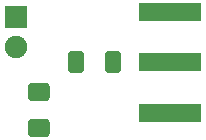
<source format=gts>
%TF.GenerationSoftware,KiCad,Pcbnew,6.0.2-378541a8eb~116~ubuntu20.04.1*%
%TF.CreationDate,2022-02-26T16:05:59-06:00*%
%TF.ProjectId,sma_to_led,736d615f-746f-45f6-9c65-642e6b696361,1.0*%
%TF.SameCoordinates,Original*%
%TF.FileFunction,Soldermask,Top*%
%TF.FilePolarity,Negative*%
%FSLAX46Y46*%
G04 Gerber Fmt 4.6, Leading zero omitted, Abs format (unit mm)*
G04 Created by KiCad (PCBNEW 6.0.2-378541a8eb~116~ubuntu20.04.1) date 2022-02-26 16:05:59*
%MOMM*%
%LPD*%
G01*
G04 APERTURE LIST*
G04 Aperture macros list*
%AMRoundRect*
0 Rectangle with rounded corners*
0 $1 Rounding radius*
0 $2 $3 $4 $5 $6 $7 $8 $9 X,Y pos of 4 corners*
0 Add a 4 corners polygon primitive as box body*
4,1,4,$2,$3,$4,$5,$6,$7,$8,$9,$2,$3,0*
0 Add four circle primitives for the rounded corners*
1,1,$1+$1,$2,$3*
1,1,$1+$1,$4,$5*
1,1,$1+$1,$6,$7*
1,1,$1+$1,$8,$9*
0 Add four rect primitives between the rounded corners*
20,1,$1+$1,$2,$3,$4,$5,0*
20,1,$1+$1,$4,$5,$6,$7,0*
20,1,$1+$1,$6,$7,$8,$9,0*
20,1,$1+$1,$8,$9,$2,$3,0*%
G04 Aperture macros list end*
%ADD10RoundRect,0.050800X2.540000X-0.750000X2.540000X0.750000X-2.540000X0.750000X-2.540000X-0.750000X0*%
%ADD11RoundRect,0.300801X0.624999X-0.462499X0.624999X0.462499X-0.624999X0.462499X-0.624999X-0.462499X0*%
%ADD12RoundRect,0.300800X0.400000X0.625000X-0.400000X0.625000X-0.400000X-0.625000X0.400000X-0.625000X0*%
%ADD13RoundRect,0.050800X-0.900000X0.900000X-0.900000X-0.900000X0.900000X-0.900000X0.900000X0.900000X0*%
%ADD14C,1.901600*%
G04 APERTURE END LIST*
D10*
%TO.C,J1*%
X124177500Y-88900000D03*
X124177500Y-93150000D03*
X124177500Y-84650000D03*
%TD*%
D11*
%TO.C,D1*%
X113030000Y-94415000D03*
X113030000Y-91440000D03*
%TD*%
D12*
%TO.C,R1*%
X119310000Y-88900000D03*
X116210000Y-88900000D03*
%TD*%
D13*
%TO.C,D2*%
X111125000Y-85090000D03*
D14*
X111125000Y-87630000D03*
%TD*%
M02*

</source>
